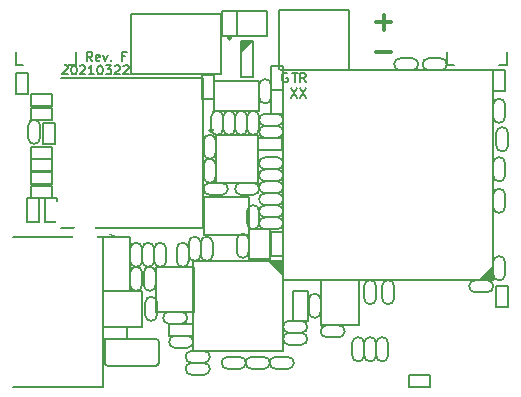
<source format=gto>
G04 #@! TF.GenerationSoftware,KiCad,Pcbnew,5.1.5+dfsg1-2build2*
G04 #@! TF.CreationDate,2021-07-27T21:48:52+02:00*
G04 #@! TF.ProjectId,FunKey,46756e4b-6579-42e6-9b69-6361645f7063,F*
G04 #@! TF.SameCoordinates,Original*
G04 #@! TF.FileFunction,Legend,Top*
G04 #@! TF.FilePolarity,Positive*
%FSLAX46Y46*%
G04 Gerber Fmt 4.6, Leading zero omitted, Abs format (unit mm)*
G04 Created by KiCad (PCBNEW 5.1.5+dfsg1-2build2) date 2021-07-27 21:48:52*
%MOMM*%
%LPD*%
G04 APERTURE LIST*
%ADD10C,0.100000*%
%ADD11C,0.162560*%
%ADD12C,0.304800*%
%ADD13C,0.127000*%
%ADD14C,0.254000*%
%ADD15C,1.100000*%
%ADD16C,1.117600*%
%ADD17R,1.001600X1.301600*%
%ADD18R,0.901600X1.451600*%
%ADD19R,1.901600X1.301600*%
%ADD20R,1.651600X0.701600*%
%ADD21C,0.711200*%
%ADD22R,0.349100X1.701600*%
%ADD23R,1.701600X0.349100*%
%ADD24R,1.501600X0.801600*%
%ADD25R,0.481600X1.201600*%
%ADD26R,0.331600X0.731600*%
%ADD27R,0.951600X2.101600*%
%ADD28R,1.301600X0.756600*%
%ADD29R,1.151600X1.501600*%
%ADD30R,1.151600X1.176600*%
%ADD31R,1.301600X0.826600*%
%ADD32R,1.601600X1.876600*%
%ADD33R,1.601600X1.826600*%
%ADD34R,1.251600X1.156600*%
%ADD35R,1.451600X0.751600*%
%ADD36R,1.451600X0.851600*%
%ADD37R,2.801600X1.101600*%
%ADD38R,1.101600X2.801600*%
%ADD39R,1.101600X0.301600*%
%ADD40R,0.301600X1.101600*%
%ADD41O,2.401600X1.501600*%
%ADD42R,1.251600X0.501600*%
%ADD43R,1.201600X0.701600*%
%ADD44C,1.066800*%
%ADD45R,1.066800X1.066800*%
%ADD46R,1.244600X1.879600*%
%ADD47R,0.701600X0.801600*%
%ADD48R,1.101600X0.801600*%
%ADD49R,1.901600X1.501600*%
%ADD50R,1.371600X1.498600*%
%ADD51R,0.990600X0.736600*%
%ADD52R,0.651600X0.701600*%
%ADD53R,0.701600X0.651600*%
%ADD54R,0.609600X0.609600*%
G04 APERTURE END LIST*
D10*
G36*
X84734400Y-63195200D02*
G01*
X84785200Y-63347600D01*
X84353400Y-63169800D01*
X84734400Y-63195200D01*
G37*
X84734400Y-63195200D02*
X84785200Y-63347600D01*
X84353400Y-63169800D01*
X84734400Y-63195200D01*
D11*
X82899745Y-48482310D02*
X82642359Y-48114615D01*
X82458511Y-48482310D02*
X82458511Y-47710150D01*
X82752667Y-47710150D01*
X82826206Y-47746920D01*
X82862976Y-47783689D01*
X82899745Y-47857228D01*
X82899745Y-47967537D01*
X82862976Y-48041076D01*
X82826206Y-48077845D01*
X82752667Y-48114615D01*
X82458511Y-48114615D01*
X83524827Y-48445540D02*
X83451288Y-48482310D01*
X83304210Y-48482310D01*
X83230671Y-48445540D01*
X83193902Y-48372001D01*
X83193902Y-48077845D01*
X83230671Y-48004306D01*
X83304210Y-47967537D01*
X83451288Y-47967537D01*
X83524827Y-48004306D01*
X83561597Y-48077845D01*
X83561597Y-48151384D01*
X83193902Y-48224923D01*
X83818984Y-47967537D02*
X84002831Y-48482310D01*
X84186679Y-47967537D01*
X84480835Y-48408771D02*
X84517604Y-48445540D01*
X84480835Y-48482310D01*
X84444065Y-48445540D01*
X84480835Y-48408771D01*
X84480835Y-48482310D01*
X80389742Y-48926689D02*
X80426511Y-48889920D01*
X80500050Y-48853150D01*
X80683898Y-48853150D01*
X80757437Y-48889920D01*
X80794206Y-48926689D01*
X80830976Y-49000228D01*
X80830976Y-49073767D01*
X80794206Y-49184076D01*
X80352972Y-49625310D01*
X80830976Y-49625310D01*
X81308980Y-48853150D02*
X81382519Y-48853150D01*
X81456058Y-48889920D01*
X81492827Y-48926689D01*
X81529597Y-49000228D01*
X81566366Y-49147306D01*
X81566366Y-49331154D01*
X81529597Y-49478232D01*
X81492827Y-49551771D01*
X81456058Y-49588540D01*
X81382519Y-49625310D01*
X81308980Y-49625310D01*
X81235441Y-49588540D01*
X81198671Y-49551771D01*
X81161902Y-49478232D01*
X81125132Y-49331154D01*
X81125132Y-49147306D01*
X81161902Y-49000228D01*
X81198671Y-48926689D01*
X81235441Y-48889920D01*
X81308980Y-48853150D01*
X81860523Y-48926689D02*
X81897292Y-48889920D01*
X81970831Y-48853150D01*
X82154679Y-48853150D01*
X82228218Y-48889920D01*
X82264987Y-48926689D01*
X82301757Y-49000228D01*
X82301757Y-49073767D01*
X82264987Y-49184076D01*
X81823753Y-49625310D01*
X82301757Y-49625310D01*
X83037147Y-49625310D02*
X82595913Y-49625310D01*
X82816530Y-49625310D02*
X82816530Y-48853150D01*
X82742991Y-48963459D01*
X82669452Y-49036998D01*
X82595913Y-49073767D01*
X83515151Y-48853150D02*
X83588690Y-48853150D01*
X83662229Y-48889920D01*
X83698999Y-48926689D01*
X83735768Y-49000228D01*
X83772538Y-49147306D01*
X83772538Y-49331154D01*
X83735768Y-49478232D01*
X83698999Y-49551771D01*
X83662229Y-49588540D01*
X83588690Y-49625310D01*
X83515151Y-49625310D01*
X83441612Y-49588540D01*
X83404843Y-49551771D01*
X83368073Y-49478232D01*
X83331304Y-49331154D01*
X83331304Y-49147306D01*
X83368073Y-49000228D01*
X83404843Y-48926689D01*
X83441612Y-48889920D01*
X83515151Y-48853150D01*
X84029924Y-48853150D02*
X84507928Y-48853150D01*
X84250542Y-49147306D01*
X84360850Y-49147306D01*
X84434389Y-49184076D01*
X84471159Y-49220845D01*
X84507928Y-49294384D01*
X84507928Y-49478232D01*
X84471159Y-49551771D01*
X84434389Y-49588540D01*
X84360850Y-49625310D01*
X84140233Y-49625310D01*
X84066694Y-49588540D01*
X84029924Y-49551771D01*
X84802084Y-48926689D02*
X84838854Y-48889920D01*
X84912393Y-48853150D01*
X85096241Y-48853150D01*
X85169780Y-48889920D01*
X85206549Y-48926689D01*
X85243319Y-49000228D01*
X85243319Y-49073767D01*
X85206549Y-49184076D01*
X84765315Y-49625310D01*
X85243319Y-49625310D01*
X85537475Y-48926689D02*
X85574244Y-48889920D01*
X85647784Y-48853150D01*
X85831631Y-48853150D01*
X85905170Y-48889920D01*
X85941940Y-48926689D01*
X85978709Y-49000228D01*
X85978709Y-49073767D01*
X85941940Y-49184076D01*
X85500705Y-49625310D01*
X85978709Y-49625310D01*
X85696898Y-48077845D02*
X85439511Y-48077845D01*
X85439511Y-48482310D02*
X85439511Y-47710150D01*
X85807206Y-47710150D01*
X100966257Y-50265390D02*
X100708871Y-49897695D01*
X100525023Y-50265390D02*
X100525023Y-49493230D01*
X100819179Y-49493230D01*
X100892718Y-49530000D01*
X100929488Y-49566769D01*
X100966257Y-49640308D01*
X100966257Y-49750617D01*
X100929488Y-49824156D01*
X100892718Y-49860925D01*
X100819179Y-49897695D01*
X100525023Y-49897695D01*
X100488254Y-50814030D02*
X101003027Y-51586190D01*
X101003027Y-50814030D02*
X100488254Y-51586190D01*
X99836562Y-49493230D02*
X100277796Y-49493230D01*
X100057179Y-50265390D02*
X100057179Y-49493230D01*
X99726254Y-50814030D02*
X100241027Y-51586190D01*
X100241027Y-50814030D02*
X99726254Y-51586190D01*
X99405488Y-49530000D02*
X99331949Y-49493230D01*
X99221640Y-49493230D01*
X99111332Y-49530000D01*
X99037793Y-49603539D01*
X99001023Y-49677078D01*
X98964254Y-49824156D01*
X98964254Y-49934464D01*
X99001023Y-50081542D01*
X99037793Y-50155081D01*
X99111332Y-50228620D01*
X99221640Y-50265390D01*
X99295179Y-50265390D01*
X99405488Y-50228620D01*
X99442257Y-50191851D01*
X99442257Y-49934464D01*
X99295179Y-49934464D01*
D12*
X108204000Y-45212000D02*
X106934000Y-45212000D01*
X108204000Y-47752000D02*
X106934000Y-47752000D01*
X107569000Y-45847000D02*
X107569000Y-44577000D01*
D13*
X112910000Y-48820000D02*
X112910000Y-47550000D01*
X113545000Y-48820000D02*
X112910000Y-48820000D01*
X117990000Y-48820000D02*
X117990000Y-47550000D01*
X117355000Y-48820000D02*
X117990000Y-48820000D01*
X76410000Y-48820000D02*
X76410000Y-47550000D01*
X77045000Y-48820000D02*
X76410000Y-48820000D01*
X81490000Y-48820000D02*
X81490000Y-47550000D01*
X80855000Y-48820000D02*
X81490000Y-48820000D01*
X98679000Y-44196000D02*
X104648000Y-44196000D01*
X98679000Y-49276000D02*
X98679000Y-44196000D01*
X104648000Y-49276000D02*
X98679000Y-49276000D01*
X104648000Y-44196000D02*
X104648000Y-49276000D01*
G36*
X116840000Y-67056000D02*
G01*
X115570000Y-67056000D01*
X116840000Y-65786000D01*
X116840000Y-67056000D01*
G37*
X116840000Y-67056000D02*
X116840000Y-49276000D01*
X99060000Y-67056000D02*
X116840000Y-67056000D01*
X99060000Y-49276000D02*
X99060000Y-67056000D01*
X116840000Y-49276000D02*
X99060000Y-49276000D01*
X96139000Y-62738000D02*
X97917000Y-62738000D01*
X96139000Y-65278000D02*
X96139000Y-62738000D01*
X97917000Y-65278000D02*
X96139000Y-65278000D01*
X97917000Y-62738000D02*
X97917000Y-65278000D01*
X93802200Y-49631600D02*
X86182200Y-49631600D01*
X93802200Y-44551600D02*
X93802200Y-49631600D01*
X86182200Y-44551600D02*
X93802200Y-44551600D01*
X86182200Y-49631600D02*
X86182200Y-44551600D01*
X97028000Y-50165000D02*
X97028000Y-52705000D01*
X93218000Y-50165000D02*
X97028000Y-50165000D01*
X93218000Y-52705000D02*
X93218000Y-50165000D01*
X97028000Y-52705000D02*
X93218000Y-52705000D01*
X92303600Y-62611000D02*
X80238600Y-62611000D01*
X92303600Y-49911000D02*
X92303600Y-62611000D01*
X80238600Y-49911000D02*
X92303600Y-49911000D01*
X102298500Y-67056000D02*
X105473500Y-67056000D01*
X102298500Y-70866000D02*
X102298500Y-67056000D01*
X105473500Y-70866000D02*
X102298500Y-70866000D01*
X105473500Y-67056000D02*
X105473500Y-70866000D01*
X96139000Y-60007500D02*
X96139000Y-63182500D01*
X92329000Y-60007500D02*
X96139000Y-60007500D01*
X92329000Y-63182500D02*
X92329000Y-60007500D01*
X96139000Y-63182500D02*
X92329000Y-63182500D01*
X91503500Y-69723000D02*
X88328500Y-69723000D01*
X91503500Y-65913000D02*
X91503500Y-69723000D01*
X88328500Y-65913000D02*
X91503500Y-65913000D01*
X88328500Y-69723000D02*
X88328500Y-65913000D01*
G36*
X99060000Y-65405000D02*
G01*
X97790000Y-65405000D01*
X99060000Y-66675000D01*
X99060000Y-65405000D01*
G37*
X91440000Y-65405000D02*
X99060000Y-65405000D01*
X91440000Y-73025000D02*
X91440000Y-65405000D01*
X99060000Y-73025000D02*
X91440000Y-73025000D01*
X99060000Y-65405000D02*
X99060000Y-73025000D01*
X83820000Y-63373000D02*
X76200000Y-63373000D01*
X83820000Y-76073000D02*
X83820000Y-63373000D01*
X76200000Y-76073000D02*
X83820000Y-76073000D01*
D14*
X94640400Y-46507400D02*
G75*
G03X94640400Y-46507400I-127000J0D01*
G01*
D13*
G36*
X95529400Y-46761400D02*
G01*
X95529400Y-47904400D01*
X96545400Y-46761400D01*
X95529400Y-46761400D01*
G37*
X96545400Y-46761400D02*
X95529400Y-46761400D01*
X96545400Y-49809400D02*
X96545400Y-46761400D01*
X95529400Y-49809400D02*
X96545400Y-49809400D01*
X95529400Y-46761400D02*
X95529400Y-49809400D01*
X95123000Y-44272200D02*
X95123000Y-46409000D01*
X93853000Y-46409000D02*
X93853000Y-44269000D01*
X95123000Y-46409000D02*
X93853000Y-46409000D01*
X97663000Y-46409000D02*
X95123000Y-46409000D01*
X97663000Y-44272200D02*
X97663000Y-46409000D01*
X95123000Y-44272200D02*
X97663000Y-44272200D01*
X93853000Y-44269000D02*
X95123000Y-44272200D01*
X88265000Y-72009000D02*
X84201000Y-72009000D01*
X88265000Y-72009000D02*
G75*
G02X88519000Y-72263000I0J-254000D01*
G01*
X88519000Y-74041000D02*
X88519000Y-72263000D01*
X88519000Y-74041000D02*
G75*
G02X88265000Y-74295000I-254000J0D01*
G01*
X84201000Y-74295000D02*
X88265000Y-74295000D01*
X84201000Y-74295000D02*
G75*
G02X83947000Y-74041000I0J254000D01*
G01*
X83947000Y-72263000D02*
X83947000Y-74041000D01*
X83947000Y-72263000D02*
G75*
G02X84201000Y-72009000I254000J0D01*
G01*
G36*
X83820000Y-70993000D02*
G01*
X83997800Y-70993000D01*
X83820000Y-70815200D01*
X83820000Y-70993000D01*
G37*
X83820000Y-70993000D02*
X83820000Y-67945000D01*
X87122000Y-70993000D02*
X83820000Y-70993000D01*
X87122000Y-67945000D02*
X87122000Y-70993000D01*
X83820000Y-67945000D02*
X87122000Y-67945000D01*
X83813000Y-67959000D02*
X86113000Y-67959000D01*
X83813000Y-63359000D02*
X83813000Y-67959000D01*
X86113000Y-63359000D02*
X83813000Y-63359000D01*
X86113000Y-67959000D02*
X86113000Y-63359000D01*
D14*
X93091000Y-54356000D02*
G75*
G03X93091000Y-54356000I-127000J0D01*
G01*
D13*
X93345000Y-54737000D02*
X96901000Y-54737000D01*
X93345000Y-58801000D02*
X93345000Y-54737000D01*
X96901000Y-58801000D02*
X93345000Y-58801000D01*
X96901000Y-54737000D02*
X96901000Y-58801000D01*
X101142800Y-70485000D02*
X99872800Y-70485000D01*
X101142800Y-67945000D02*
X101142800Y-70485000D01*
X99872800Y-67945000D02*
X101142800Y-67945000D01*
X99872800Y-70485000D02*
X99872800Y-67945000D01*
X77724000Y-51308000D02*
X77724000Y-52324000D01*
X79502000Y-51308000D02*
X77724000Y-51308000D01*
X79502000Y-52324000D02*
X79502000Y-51308000D01*
X77724000Y-52324000D02*
X79502000Y-52324000D01*
X77724000Y-52451000D02*
X77724000Y-53467000D01*
X79502000Y-52451000D02*
X77724000Y-52451000D01*
X79502000Y-53467000D02*
X79502000Y-52451000D01*
X77724000Y-53467000D02*
X79502000Y-53467000D01*
X79756000Y-53721000D02*
X78740000Y-53721000D01*
X79756000Y-55499000D02*
X79756000Y-53721000D01*
X78740000Y-55499000D02*
X79756000Y-55499000D01*
X78740000Y-53721000D02*
X78740000Y-55499000D01*
X77724000Y-55753000D02*
X77724000Y-56769000D01*
X79502000Y-55753000D02*
X77724000Y-55753000D01*
X79502000Y-56769000D02*
X79502000Y-55753000D01*
X77724000Y-56769000D02*
X79502000Y-56769000D01*
X77724000Y-56769000D02*
X77724000Y-57785000D01*
X79502000Y-56769000D02*
X77724000Y-56769000D01*
X79502000Y-57785000D02*
X79502000Y-56769000D01*
X77724000Y-57785000D02*
X79502000Y-57785000D01*
X77724000Y-57912000D02*
X77724000Y-58928000D01*
X79502000Y-57912000D02*
X77724000Y-57912000D01*
X79502000Y-58928000D02*
X79502000Y-57912000D01*
X77724000Y-58928000D02*
X79502000Y-58928000D01*
X77724000Y-59055000D02*
X77724000Y-60071000D01*
X79502000Y-59055000D02*
X77724000Y-59055000D01*
X79502000Y-60071000D02*
X79502000Y-59055000D01*
X77724000Y-60071000D02*
X79502000Y-60071000D01*
X109728000Y-75057000D02*
X109728000Y-76073000D01*
X111506000Y-75057000D02*
X109728000Y-75057000D01*
X111506000Y-76073000D02*
X111506000Y-75057000D01*
X109728000Y-76073000D02*
X111506000Y-76073000D01*
X118110000Y-67564000D02*
X117094000Y-67564000D01*
X118110000Y-69342000D02*
X118110000Y-67564000D01*
X117094000Y-69342000D02*
X118110000Y-69342000D01*
X117094000Y-67564000D02*
X117094000Y-69342000D01*
X116840000Y-51054000D02*
X117856000Y-51054000D01*
X116840000Y-49276000D02*
X116840000Y-51054000D01*
X117856000Y-49276000D02*
X116840000Y-49276000D01*
X117856000Y-51054000D02*
X117856000Y-49276000D01*
X77470000Y-49530000D02*
X76454000Y-49530000D01*
X77470000Y-51308000D02*
X77470000Y-49530000D01*
X76454000Y-51308000D02*
X77470000Y-51308000D01*
X76454000Y-49530000D02*
X76454000Y-51308000D01*
X99448998Y-73533000D02*
G75*
G02X99449000Y-74549000I1J-508000D01*
G01*
X98417000Y-74549000D02*
X99449000Y-74549000D01*
X98417002Y-74549000D02*
G75*
G02X98417000Y-73533000I-1J508000D01*
G01*
X99449000Y-73533000D02*
X98417000Y-73533000D01*
X97416998Y-73533000D02*
G75*
G02X97417000Y-74549000I1J-508000D01*
G01*
X96385000Y-74549000D02*
X97417000Y-74549000D01*
X96385002Y-74549000D02*
G75*
G02X96385000Y-73533000I-1J508000D01*
G01*
X97417000Y-73533000D02*
X96385000Y-73533000D01*
X94353002Y-74549000D02*
G75*
G02X94353000Y-73533000I-1J508000D01*
G01*
X95385000Y-73533000D02*
X94353000Y-73533000D01*
X95384998Y-73533000D02*
G75*
G02X95385000Y-74549000I1J-508000D01*
G01*
X94353000Y-74549000D02*
X95385000Y-74549000D01*
X91305002Y-74041000D02*
G75*
G02X91305000Y-73025000I-1J508000D01*
G01*
X92337000Y-73025000D02*
X91305000Y-73025000D01*
X92336998Y-73025000D02*
G75*
G02X92337000Y-74041000I1J-508000D01*
G01*
X91305000Y-74041000D02*
X92337000Y-74041000D01*
X90939998Y-71755000D02*
G75*
G02X90940000Y-72771000I1J-508000D01*
G01*
X89908000Y-72771000D02*
X90940000Y-72771000D01*
X89908002Y-72771000D02*
G75*
G02X89908000Y-71755000I-1J508000D01*
G01*
X90940000Y-71755000D02*
X89908000Y-71755000D01*
X90431998Y-69723000D02*
G75*
G02X90432000Y-70739000I1J-508000D01*
G01*
X89400000Y-70739000D02*
X90432000Y-70739000D01*
X89400002Y-70739000D02*
G75*
G02X89400000Y-69723000I-1J508000D01*
G01*
X90432000Y-69723000D02*
X89400000Y-69723000D01*
X92075000Y-64904998D02*
G75*
G02X91059000Y-64905000I-508000J-1D01*
G01*
X91059000Y-63873000D02*
X91059000Y-64905000D01*
X91059000Y-63873002D02*
G75*
G02X92075000Y-63873000I508000J1D01*
G01*
X92075000Y-64905000D02*
X92075000Y-63873000D01*
X100591998Y-70485000D02*
G75*
G02X100592000Y-71501000I1J-508000D01*
G01*
X99560000Y-71501000D02*
X100592000Y-71501000D01*
X99560002Y-71501000D02*
G75*
G02X99560000Y-70485000I-1J508000D01*
G01*
X100592000Y-70485000D02*
X99560000Y-70485000D01*
X93091000Y-64904998D02*
G75*
G02X92075000Y-64905000I-508000J-1D01*
G01*
X92075000Y-63873000D02*
X92075000Y-64905000D01*
X92075000Y-63873002D02*
G75*
G02X93091000Y-63873000I508000J1D01*
G01*
X93091000Y-64905000D02*
X93091000Y-63873000D01*
X91305002Y-75057000D02*
G75*
G02X91305000Y-74041000I-1J508000D01*
G01*
X92337000Y-74041000D02*
X91305000Y-74041000D01*
X92336998Y-74041000D02*
G75*
G02X92337000Y-75057000I1J-508000D01*
G01*
X91305000Y-75057000D02*
X92337000Y-75057000D01*
X89154000Y-65412998D02*
G75*
G02X88138000Y-65413000I-508000J-1D01*
G01*
X88138000Y-64381000D02*
X88138000Y-65413000D01*
X88138000Y-64381002D02*
G75*
G02X89154000Y-64381000I508000J1D01*
G01*
X89154000Y-65413000D02*
X89154000Y-64381000D01*
X87249000Y-66413002D02*
G75*
G02X88265000Y-66413000I508000J1D01*
G01*
X88265000Y-67445000D02*
X88265000Y-66413000D01*
X88265000Y-67444998D02*
G75*
G02X87249000Y-67445000I-508000J-1D01*
G01*
X87249000Y-66413000D02*
X87249000Y-67445000D01*
X91059000Y-65412998D02*
G75*
G02X90043000Y-65413000I-508000J-1D01*
G01*
X90043000Y-64381000D02*
X90043000Y-65413000D01*
X90043000Y-64381002D02*
G75*
G02X91059000Y-64381000I508000J1D01*
G01*
X91059000Y-65413000D02*
X91059000Y-64381000D01*
X87376000Y-68953002D02*
G75*
G02X88392000Y-68953000I508000J1D01*
G01*
X88392000Y-69985000D02*
X88392000Y-68953000D01*
X88392000Y-69984998D02*
G75*
G02X87376000Y-69985000I-508000J-1D01*
G01*
X87376000Y-68953000D02*
X87376000Y-69985000D01*
X92829002Y-59817000D02*
G75*
G02X92829000Y-58801000I-1J508000D01*
G01*
X93861000Y-58801000D02*
X92829000Y-58801000D01*
X93860998Y-58801000D02*
G75*
G02X93861000Y-59817000I1J-508000D01*
G01*
X92829000Y-59817000D02*
X93861000Y-59817000D01*
X93345000Y-58300998D02*
G75*
G02X92329000Y-58301000I-508000J-1D01*
G01*
X92329000Y-57269000D02*
X92329000Y-58301000D01*
X92329000Y-57269002D02*
G75*
G02X93345000Y-57269000I508000J1D01*
G01*
X93345000Y-58301000D02*
X93345000Y-57269000D01*
X103766998Y-70866000D02*
G75*
G02X103767000Y-71882000I1J-508000D01*
G01*
X102735000Y-71882000D02*
X103767000Y-71882000D01*
X102735002Y-71882000D02*
G75*
G02X102735000Y-70866000I-1J508000D01*
G01*
X103767000Y-70866000D02*
X102735000Y-70866000D01*
X100591998Y-71501000D02*
G75*
G02X100592000Y-72517000I1J-508000D01*
G01*
X99560000Y-72517000D02*
X100592000Y-72517000D01*
X99560002Y-72517000D02*
G75*
G02X99560000Y-71501000I-1J508000D01*
G01*
X100592000Y-71501000D02*
X99560000Y-71501000D01*
X102235000Y-69730998D02*
G75*
G02X101219000Y-69731000I-508000J-1D01*
G01*
X101219000Y-68699000D02*
X101219000Y-69731000D01*
X101219000Y-68699002D02*
G75*
G02X102235000Y-68699000I508000J1D01*
G01*
X102235000Y-69731000D02*
X102235000Y-68699000D01*
X92964000Y-53205002D02*
G75*
G02X93980000Y-53205000I508000J1D01*
G01*
X93980000Y-54237000D02*
X93980000Y-53205000D01*
X93980000Y-54236998D02*
G75*
G02X92964000Y-54237000I-508000J-1D01*
G01*
X92964000Y-53205000D02*
X92964000Y-54237000D01*
X97028000Y-50538002D02*
G75*
G02X98044000Y-50538000I508000J1D01*
G01*
X98044000Y-51570000D02*
X98044000Y-50538000D01*
X98044000Y-51569998D02*
G75*
G02X97028000Y-51570000I-508000J-1D01*
G01*
X97028000Y-50538000D02*
X97028000Y-51570000D01*
X93980000Y-53205002D02*
G75*
G02X94996000Y-53205000I508000J1D01*
G01*
X94996000Y-54237000D02*
X94996000Y-53205000D01*
X94996000Y-54236998D02*
G75*
G02X93980000Y-54237000I-508000J-1D01*
G01*
X93980000Y-53205000D02*
X93980000Y-54237000D01*
X98559998Y-58674000D02*
G75*
G02X98560000Y-59690000I1J-508000D01*
G01*
X97528000Y-59690000D02*
X98560000Y-59690000D01*
X97528002Y-59690000D02*
G75*
G02X97528000Y-58674000I-1J508000D01*
G01*
X98560000Y-58674000D02*
X97528000Y-58674000D01*
X105918000Y-67556002D02*
G75*
G02X106934000Y-67556000I508000J1D01*
G01*
X106934000Y-68588000D02*
X106934000Y-67556000D01*
X106934000Y-68587998D02*
G75*
G02X105918000Y-68588000I-508000J-1D01*
G01*
X105918000Y-67556000D02*
X105918000Y-68588000D01*
X98559998Y-59690000D02*
G75*
G02X98560000Y-60706000I1J-508000D01*
G01*
X97528000Y-60706000D02*
X98560000Y-60706000D01*
X97528002Y-60706000D02*
G75*
G02X97528000Y-59690000I-1J508000D01*
G01*
X98560000Y-59690000D02*
X97528000Y-59690000D01*
X98559998Y-56642000D02*
G75*
G02X98560000Y-57658000I1J-508000D01*
G01*
X97528000Y-57658000D02*
X98560000Y-57658000D01*
X97528002Y-57658000D02*
G75*
G02X97528000Y-56642000I-1J508000D01*
G01*
X98560000Y-56642000D02*
X97528000Y-56642000D01*
X98559998Y-53975000D02*
G75*
G02X98560000Y-54991000I1J-508000D01*
G01*
X97528000Y-54991000D02*
X98560000Y-54991000D01*
X97528002Y-54991000D02*
G75*
G02X97528000Y-53975000I-1J508000D01*
G01*
X98560000Y-53975000D02*
X97528000Y-53975000D01*
X98559998Y-52959000D02*
G75*
G02X98560000Y-53975000I1J-508000D01*
G01*
X97528000Y-53975000D02*
X98560000Y-53975000D01*
X97528002Y-53975000D02*
G75*
G02X97528000Y-52959000I-1J508000D01*
G01*
X98560000Y-52959000D02*
X97528000Y-52959000D01*
X109989998Y-48260000D02*
G75*
G02X109990000Y-49276000I1J-508000D01*
G01*
X108958000Y-49276000D02*
X109990000Y-49276000D01*
X108958002Y-49276000D02*
G75*
G02X108958000Y-48260000I-1J508000D01*
G01*
X109990000Y-48260000D02*
X108958000Y-48260000D01*
X111371002Y-49276000D02*
G75*
G02X111371000Y-48260000I-1J508000D01*
G01*
X112403000Y-48260000D02*
X111371000Y-48260000D01*
X112402998Y-48260000D02*
G75*
G02X112403000Y-49276000I1J-508000D01*
G01*
X111371000Y-49276000D02*
X112403000Y-49276000D01*
X117094000Y-54602002D02*
G75*
G02X118110000Y-54602000I508000J1D01*
G01*
X118110000Y-55634000D02*
X118110000Y-54602000D01*
X118110000Y-55633998D02*
G75*
G02X117094000Y-55634000I-508000J-1D01*
G01*
X117094000Y-54602000D02*
X117094000Y-55634000D01*
X116339998Y-67056000D02*
G75*
G02X116340000Y-68072000I1J-508000D01*
G01*
X115308000Y-68072000D02*
X116340000Y-68072000D01*
X115308002Y-68072000D02*
G75*
G02X115308000Y-67056000I-1J508000D01*
G01*
X116340000Y-67056000D02*
X115308000Y-67056000D01*
X117856000Y-66555998D02*
G75*
G02X116840000Y-66556000I-508000J-1D01*
G01*
X116840000Y-65524000D02*
X116840000Y-66556000D01*
X116840000Y-65524002D02*
G75*
G02X117856000Y-65524000I508000J1D01*
G01*
X117856000Y-66556000D02*
X117856000Y-65524000D01*
X117856000Y-58173998D02*
G75*
G02X116840000Y-58174000I-508000J-1D01*
G01*
X116840000Y-57142000D02*
X116840000Y-58174000D01*
X116840000Y-57142002D02*
G75*
G02X117856000Y-57142000I508000J1D01*
G01*
X117856000Y-58174000D02*
X117856000Y-57142000D01*
X97028000Y-54236998D02*
G75*
G02X96012000Y-54237000I-508000J-1D01*
G01*
X96012000Y-53205000D02*
X96012000Y-54237000D01*
X96012000Y-53205002D02*
G75*
G02X97028000Y-53205000I508000J1D01*
G01*
X97028000Y-54237000D02*
X97028000Y-53205000D01*
X96012000Y-54236998D02*
G75*
G02X94996000Y-54237000I-508000J-1D01*
G01*
X94996000Y-53205000D02*
X94996000Y-54237000D01*
X94996000Y-53205002D02*
G75*
G02X96012000Y-53205000I508000J1D01*
G01*
X96012000Y-54237000D02*
X96012000Y-53205000D01*
X97528002Y-58674000D02*
G75*
G02X97528000Y-57658000I-1J508000D01*
G01*
X98560000Y-57658000D02*
X97528000Y-57658000D01*
X98559998Y-57658000D02*
G75*
G02X98560000Y-58674000I1J-508000D01*
G01*
X97528000Y-58674000D02*
X98560000Y-58674000D01*
X108458000Y-68587998D02*
G75*
G02X107442000Y-68588000I-508000J-1D01*
G01*
X107442000Y-67556000D02*
X107442000Y-68588000D01*
X107442000Y-67556002D02*
G75*
G02X108458000Y-67556000I508000J1D01*
G01*
X108458000Y-68588000D02*
X108458000Y-67556000D01*
X87122000Y-64381002D02*
G75*
G02X88138000Y-64381000I508000J1D01*
G01*
X88138000Y-65413000D02*
X88138000Y-64381000D01*
X88138000Y-65412998D02*
G75*
G02X87122000Y-65413000I-508000J-1D01*
G01*
X87122000Y-64381000D02*
X87122000Y-65413000D01*
X86106000Y-64381002D02*
G75*
G02X87122000Y-64381000I508000J1D01*
G01*
X87122000Y-65413000D02*
X87122000Y-64381000D01*
X87122000Y-65412998D02*
G75*
G02X86106000Y-65413000I-508000J-1D01*
G01*
X86106000Y-64381000D02*
X86106000Y-65413000D01*
X86106000Y-66413002D02*
G75*
G02X87122000Y-66413000I508000J1D01*
G01*
X87122000Y-67445000D02*
X87122000Y-66413000D01*
X87122000Y-67444998D02*
G75*
G02X86106000Y-67445000I-508000J-1D01*
G01*
X86106000Y-66413000D02*
X86106000Y-67445000D01*
X104902000Y-72382002D02*
G75*
G02X105918000Y-72382000I508000J1D01*
G01*
X105918000Y-73414000D02*
X105918000Y-72382000D01*
X105918000Y-73413998D02*
G75*
G02X104902000Y-73414000I-508000J-1D01*
G01*
X104902000Y-72382000D02*
X104902000Y-73414000D01*
X96527998Y-58801000D02*
G75*
G02X96528000Y-59817000I1J-508000D01*
G01*
X95496000Y-59817000D02*
X96528000Y-59817000D01*
X95496002Y-59817000D02*
G75*
G02X95496000Y-58801000I-1J508000D01*
G01*
X96528000Y-58801000D02*
X95496000Y-58801000D01*
X92329000Y-55237002D02*
G75*
G02X93345000Y-55237000I508000J1D01*
G01*
X93345000Y-56269000D02*
X93345000Y-55237000D01*
X93345000Y-56268998D02*
G75*
G02X92329000Y-56269000I-508000J-1D01*
G01*
X92329000Y-55237000D02*
X92329000Y-56269000D01*
X96139000Y-64650998D02*
G75*
G02X95123000Y-64651000I-508000J-1D01*
G01*
X95123000Y-63619000D02*
X95123000Y-64651000D01*
X95123000Y-63619002D02*
G75*
G02X96139000Y-63619000I508000J1D01*
G01*
X96139000Y-64651000D02*
X96139000Y-63619000D01*
X97028000Y-62237998D02*
G75*
G02X96012000Y-62238000I-508000J-1D01*
G01*
X96012000Y-61206000D02*
X96012000Y-62238000D01*
X96012000Y-61206002D02*
G75*
G02X97028000Y-61206000I508000J1D01*
G01*
X97028000Y-62238000D02*
X97028000Y-61206000D01*
X78486000Y-54998998D02*
G75*
G02X77470000Y-54999000I-508000J-1D01*
G01*
X77470000Y-53967000D02*
X77470000Y-54999000D01*
X77470000Y-53967002D02*
G75*
G02X78486000Y-53967000I508000J1D01*
G01*
X78486000Y-54999000D02*
X78486000Y-53967000D01*
X116840000Y-59809002D02*
G75*
G02X117856000Y-59809000I508000J1D01*
G01*
X117856000Y-60841000D02*
X117856000Y-59809000D01*
X117856000Y-60840998D02*
G75*
G02X116840000Y-60841000I-508000J-1D01*
G01*
X116840000Y-59809000D02*
X116840000Y-60841000D01*
X117856000Y-53220998D02*
G75*
G02X116840000Y-53221000I-508000J-1D01*
G01*
X116840000Y-52189000D02*
X116840000Y-53221000D01*
X116840000Y-52189002D02*
G75*
G02X117856000Y-52189000I508000J1D01*
G01*
X117856000Y-53221000D02*
X117856000Y-52189000D01*
X98559998Y-61722000D02*
G75*
G02X98560000Y-62738000I1J-508000D01*
G01*
X97528000Y-62738000D02*
X98560000Y-62738000D01*
X97528002Y-62738000D02*
G75*
G02X97528000Y-61722000I-1J508000D01*
G01*
X98560000Y-61722000D02*
X97528000Y-61722000D01*
X98559998Y-60706000D02*
G75*
G02X98560000Y-61722000I1J-508000D01*
G01*
X97528000Y-61722000D02*
X98560000Y-61722000D01*
X97528002Y-61722000D02*
G75*
G02X97528000Y-60706000I-1J508000D01*
G01*
X98560000Y-60706000D02*
X97528000Y-60706000D01*
X106934000Y-73413998D02*
G75*
G02X105918000Y-73414000I-508000J-1D01*
G01*
X105918000Y-72382000D02*
X105918000Y-73414000D01*
X105918000Y-72382002D02*
G75*
G02X106934000Y-72382000I508000J1D01*
G01*
X106934000Y-73414000D02*
X106934000Y-72382000D01*
X107950000Y-73413998D02*
G75*
G02X106934000Y-73414000I-508000J-1D01*
G01*
X106934000Y-72382000D02*
X106934000Y-73414000D01*
X106934000Y-72382002D02*
G75*
G02X107950000Y-72382000I508000J1D01*
G01*
X107950000Y-73414000D02*
X107950000Y-72382000D01*
X91440000Y-71755000D02*
X91440000Y-70739000D01*
X89408000Y-71755000D02*
X91440000Y-71755000D01*
X89408000Y-70739000D02*
X89408000Y-71755000D01*
X91440000Y-70739000D02*
X89408000Y-70739000D01*
X99060000Y-50927000D02*
X98044000Y-50927000D01*
X99060000Y-52959000D02*
X99060000Y-50927000D01*
X98044000Y-52959000D02*
X99060000Y-52959000D01*
X98044000Y-50927000D02*
X98044000Y-52959000D01*
X98044000Y-50927000D02*
X99060000Y-50927000D01*
X98044000Y-48895000D02*
X98044000Y-50927000D01*
X99060000Y-48895000D02*
X98044000Y-48895000D01*
X99060000Y-50927000D02*
X99060000Y-48895000D01*
X92202000Y-51689000D02*
X93218000Y-51689000D01*
X92202000Y-49657000D02*
X92202000Y-51689000D01*
X93218000Y-49657000D02*
X92202000Y-49657000D01*
X93218000Y-51689000D02*
X93218000Y-49657000D01*
X98933000Y-56007000D02*
X98933000Y-54991000D01*
X96901000Y-56007000D02*
X98933000Y-56007000D01*
X96901000Y-54991000D02*
X96901000Y-56007000D01*
X98933000Y-54991000D02*
X96901000Y-54991000D01*
X79883000Y-60071000D02*
X78867000Y-60071000D01*
X79883000Y-62103000D02*
X79883000Y-60071000D01*
X78867000Y-62103000D02*
X79883000Y-62103000D01*
X78867000Y-60071000D02*
X78867000Y-62103000D01*
X85852000Y-72009000D02*
X85852000Y-70993000D01*
X83820000Y-72009000D02*
X85852000Y-72009000D01*
X83820000Y-70993000D02*
X83820000Y-72009000D01*
X85852000Y-70993000D02*
X83820000Y-70993000D01*
X98044000Y-65024000D02*
X99060000Y-65024000D01*
X98044000Y-62992000D02*
X98044000Y-65024000D01*
X99060000Y-62992000D02*
X98044000Y-62992000D01*
X99060000Y-65024000D02*
X99060000Y-62992000D01*
X78359000Y-60071000D02*
X77343000Y-60071000D01*
X78359000Y-62103000D02*
X78359000Y-60071000D01*
X77343000Y-62103000D02*
X78359000Y-62103000D01*
X77343000Y-60071000D02*
X77343000Y-62103000D01*
%LPC*%
D15*
X116196200Y-50393600D02*
G75*
G03X116196200Y-50393600I-550000J0D01*
G01*
X82846000Y-63119000D02*
G75*
G03X82846000Y-63119000I-550000J0D01*
G01*
D13*
G36*
X109950000Y-56166000D02*
G01*
X105950000Y-56166000D01*
X105950000Y-60166000D01*
X109950000Y-60166000D01*
X109950000Y-56166000D01*
G37*
G36*
X93150000Y-67115000D02*
G01*
X93150000Y-71315000D01*
X97350000Y-71315000D01*
X97350000Y-67115000D01*
X93150000Y-67115000D01*
G37*
G36*
X80800000Y-64173000D02*
G01*
X81700000Y-64173000D01*
X81881173Y-64196852D01*
X82050000Y-64266782D01*
X82194975Y-64378025D01*
X82306218Y-64523000D01*
X82400000Y-64873000D01*
X82376148Y-65054173D01*
X82306218Y-65223000D01*
X82194975Y-65367975D01*
X82050000Y-65479218D01*
X81881173Y-65549148D01*
X81700000Y-65573000D01*
X80800000Y-65573000D01*
X80618827Y-65549148D01*
X80450000Y-65479218D01*
X80305025Y-65367975D01*
X80193782Y-65223000D01*
X80123852Y-65054173D01*
X80100000Y-64873000D01*
X80123852Y-64691827D01*
X80193782Y-64523000D01*
X80305025Y-64378025D01*
X80450000Y-64266782D01*
X80800000Y-64173000D01*
G37*
G36*
X80800000Y-73873000D02*
G01*
X81700000Y-73873000D01*
X81881173Y-73896852D01*
X82050000Y-73966782D01*
X82194975Y-74078025D01*
X82306218Y-74223000D01*
X82400000Y-74573000D01*
X82376148Y-74754173D01*
X82306218Y-74923000D01*
X82194975Y-75067975D01*
X82050000Y-75179218D01*
X81881173Y-75249148D01*
X81700000Y-75273000D01*
X80800000Y-75273000D01*
X80618827Y-75249148D01*
X80450000Y-75179218D01*
X80305025Y-75067975D01*
X80193782Y-74923000D01*
X80123852Y-74754173D01*
X80100000Y-74573000D01*
X80123852Y-74391827D01*
X80193782Y-74223000D01*
X80305025Y-74078025D01*
X80450000Y-73966782D01*
X80800000Y-73873000D01*
G37*
G36*
X77500000Y-64173000D02*
G01*
X78400000Y-64173000D01*
X78399999Y-64173000D01*
X78581172Y-64196852D01*
X78749999Y-64266782D01*
X78894974Y-64378025D01*
X79006217Y-64523000D01*
X79100000Y-64873000D01*
X79100000Y-64872999D01*
X79076148Y-65054173D01*
X79006218Y-65223000D01*
X78894975Y-65367975D01*
X78750000Y-65479218D01*
X78581174Y-65549149D01*
X78400000Y-65573000D01*
X77500000Y-65573000D01*
X77318827Y-65549148D01*
X77150000Y-65479218D01*
X77005025Y-65367975D01*
X76893782Y-65223000D01*
X76823852Y-65054173D01*
X76800000Y-64873000D01*
X76823852Y-64691827D01*
X76893782Y-64523000D01*
X77005025Y-64378025D01*
X77150000Y-64266782D01*
X77500000Y-64173000D01*
G37*
G36*
X77500000Y-73873000D02*
G01*
X78400000Y-73873000D01*
X78399999Y-73873000D01*
X78581172Y-73896852D01*
X78749999Y-73966782D01*
X78894974Y-74078025D01*
X79006217Y-74223000D01*
X79100000Y-74573000D01*
X79100000Y-74572999D01*
X79076148Y-74754173D01*
X79006218Y-74923000D01*
X78894975Y-75067975D01*
X78750000Y-75179218D01*
X78581174Y-75249149D01*
X78400000Y-75273000D01*
X77500000Y-75273000D01*
X77318827Y-75249148D01*
X77150000Y-75179218D01*
X77005025Y-75067975D01*
X76893782Y-74923000D01*
X76823852Y-74754173D01*
X76800000Y-74573000D01*
X76823852Y-74391827D01*
X76893782Y-74223000D01*
X77005025Y-74078025D01*
X77150000Y-73966782D01*
X77500000Y-73873000D01*
G37*
D16*
X115646200Y-50393600D03*
X82296000Y-63119000D03*
D17*
X113100000Y-47100000D03*
X117800000Y-47100000D03*
D18*
X114300000Y-48525000D03*
X116600000Y-48525000D03*
X115450000Y-48525000D03*
D17*
X76600000Y-47100000D03*
X81300000Y-47100000D03*
D18*
X77800000Y-48525000D03*
X80100000Y-48525000D03*
X78950000Y-48525000D03*
D19*
X103533000Y-48536000D03*
X103533000Y-44936000D03*
D20*
X99658000Y-47236000D03*
X99658000Y-46236000D03*
D21*
X106950000Y-57166000D03*
X107950000Y-57166000D03*
X108950000Y-57166000D03*
X106950000Y-58166000D03*
X107950000Y-58166000D03*
X108950000Y-58166000D03*
X106950000Y-59166000D03*
X107950000Y-59166000D03*
X108950000Y-59166000D03*
D22*
X114150000Y-65966000D03*
X113750000Y-65966000D03*
X113350000Y-65966000D03*
X112950000Y-65966000D03*
X112550000Y-65966000D03*
X112150000Y-65966000D03*
X111750000Y-65966000D03*
X111350000Y-65966000D03*
X110950000Y-65966000D03*
X110550000Y-65966000D03*
X110150000Y-65966000D03*
X109750000Y-65966000D03*
X109350000Y-65966000D03*
X108950000Y-65966000D03*
X108550000Y-65966000D03*
X108150000Y-65966000D03*
X107750000Y-65966000D03*
X107350000Y-65966000D03*
X106950000Y-65966000D03*
X106550000Y-65966000D03*
X106150000Y-65966000D03*
X105750000Y-65966000D03*
X105350000Y-65966000D03*
X104950000Y-65966000D03*
X104550000Y-65966000D03*
X104150000Y-65966000D03*
X103750000Y-65966000D03*
X103350000Y-65966000D03*
X102950000Y-65966000D03*
X102550000Y-65966000D03*
X102150000Y-65966000D03*
X101750000Y-65966000D03*
D23*
X100150000Y-64366000D03*
X100150000Y-63966000D03*
X100150000Y-63566000D03*
X100150000Y-63166000D03*
X100150000Y-62766000D03*
X100150000Y-62366000D03*
X100150000Y-61966000D03*
X100150000Y-61566000D03*
X100150000Y-61166000D03*
X100150000Y-60766000D03*
X100150000Y-60366000D03*
X100150000Y-59966000D03*
X100150000Y-59566000D03*
X100150000Y-59166000D03*
X100150000Y-58766000D03*
X100150000Y-58366000D03*
X100150000Y-57966000D03*
X100150000Y-57566000D03*
X100150000Y-57166000D03*
X100150000Y-56766000D03*
X100150000Y-56366000D03*
X100150000Y-55966000D03*
X100150000Y-55566000D03*
X100150000Y-55166000D03*
X100150000Y-54766000D03*
X100150000Y-54366000D03*
X100150000Y-53966000D03*
X100150000Y-53566000D03*
X100150000Y-53166000D03*
X100150000Y-52766000D03*
X100150000Y-52366000D03*
X100150000Y-51966000D03*
D22*
X101750000Y-50366000D03*
X102150000Y-50366000D03*
X102550000Y-50366000D03*
X102950000Y-50366000D03*
X103350000Y-50366000D03*
X103750000Y-50366000D03*
X104150000Y-50366000D03*
X104550000Y-50366000D03*
X104950000Y-50366000D03*
X105350000Y-50366000D03*
X105750000Y-50366000D03*
X106150000Y-50366000D03*
X106550000Y-50366000D03*
X106950000Y-50366000D03*
X107350000Y-50366000D03*
X107750000Y-50366000D03*
X108150000Y-50366000D03*
X108550000Y-50366000D03*
X108950000Y-50366000D03*
X109350000Y-50366000D03*
X109750000Y-50366000D03*
X110150000Y-50366000D03*
X110550000Y-50366000D03*
X110950000Y-50366000D03*
X111350000Y-50366000D03*
X111750000Y-50366000D03*
X112150000Y-50366000D03*
X112550000Y-50366000D03*
X112950000Y-50366000D03*
X113350000Y-50366000D03*
X113750000Y-50366000D03*
X114150000Y-50366000D03*
D23*
X115750000Y-51966000D03*
X115750000Y-52366000D03*
X115750000Y-52766000D03*
X115750000Y-53166000D03*
X115750000Y-53566000D03*
X115750000Y-53966000D03*
X115750000Y-54366000D03*
X115750000Y-54766000D03*
X115750000Y-55166000D03*
X115750000Y-55566000D03*
X115750000Y-55966000D03*
X115750000Y-56366000D03*
X115750000Y-56766000D03*
X115750000Y-57166000D03*
X115750000Y-57566000D03*
X115750000Y-57966000D03*
X115750000Y-58366000D03*
X115750000Y-58766000D03*
X115750000Y-59166000D03*
X115750000Y-59566000D03*
X115750000Y-59966000D03*
X115750000Y-60366000D03*
X115750000Y-60766000D03*
X115750000Y-61166000D03*
X115750000Y-61566000D03*
X115750000Y-61966000D03*
X115750000Y-62366000D03*
X115750000Y-62766000D03*
X115750000Y-63166000D03*
X115750000Y-63566000D03*
X115750000Y-63966000D03*
X115750000Y-64366000D03*
D24*
X97028000Y-64758000D03*
X97028000Y-63258000D03*
D25*
X86552200Y-47091600D03*
X93432200Y-47091600D03*
D26*
X92192200Y-45771600D03*
X91792200Y-45771600D03*
X91392200Y-45771600D03*
X90992200Y-45771600D03*
X90592200Y-45771600D03*
X90192200Y-45771600D03*
X89792200Y-45771600D03*
X89392200Y-45771600D03*
X88992200Y-45771600D03*
X88592200Y-45771600D03*
X88192200Y-45771600D03*
X87792200Y-45771600D03*
X92192200Y-48411600D03*
X91792200Y-48411600D03*
X91392200Y-48411600D03*
X90992200Y-48411600D03*
X90592200Y-48411600D03*
X90192200Y-48411600D03*
X89792200Y-48411600D03*
X89392200Y-48411600D03*
X88992200Y-48411600D03*
X88592200Y-48411600D03*
X88192200Y-48411600D03*
X87792200Y-48411600D03*
D27*
X94298000Y-51435000D03*
X95948000Y-51435000D03*
D28*
X86828600Y-50613500D03*
D29*
X91053600Y-52461000D03*
X91053600Y-59261000D03*
D30*
X91053600Y-50823500D03*
X91053600Y-61698500D03*
D31*
X86128600Y-61873500D03*
D32*
X80578600Y-61348500D03*
D33*
X80578600Y-50918500D03*
D34*
X88603600Y-61708500D03*
D35*
X82553600Y-60461000D03*
D36*
X82553600Y-51761000D03*
X82553600Y-52861000D03*
X82553600Y-53961000D03*
X82553600Y-55061000D03*
X82553600Y-56161000D03*
X82553600Y-57261000D03*
X82553600Y-58361000D03*
X82553600Y-59461000D03*
D37*
X103886000Y-70161000D03*
X103886000Y-67761000D03*
D38*
X93034000Y-61595000D03*
X95434000Y-61595000D03*
D37*
X89916000Y-66618000D03*
X89916000Y-69018000D03*
D21*
X94050000Y-70415000D03*
X94050000Y-69215000D03*
X94050000Y-68015000D03*
X95250000Y-70415000D03*
X95250000Y-69215000D03*
X95250000Y-68015000D03*
X96450000Y-70415000D03*
X96450000Y-69215000D03*
X96450000Y-68015000D03*
D39*
X98250000Y-67015000D03*
X98250000Y-67415000D03*
X98250000Y-67815000D03*
X98250000Y-68215000D03*
X98250000Y-68615000D03*
X98250000Y-69015000D03*
X98250000Y-69415000D03*
X98250000Y-69815000D03*
X98250000Y-70215000D03*
X98250000Y-70615000D03*
X98250000Y-71015000D03*
X98250000Y-71415000D03*
D40*
X97450000Y-72215000D03*
X97050000Y-72215000D03*
X96650000Y-72215000D03*
X96250000Y-72215000D03*
X95850000Y-72215000D03*
X95450000Y-72215000D03*
X95050000Y-72215000D03*
X94650000Y-72215000D03*
X94250000Y-72215000D03*
X93850000Y-72215000D03*
X93450000Y-72215000D03*
X93050000Y-72215000D03*
D39*
X92250000Y-71415000D03*
X92250000Y-71015000D03*
X92250000Y-70615000D03*
X92250000Y-70215000D03*
X92250000Y-69815000D03*
X92250000Y-69415000D03*
X92250000Y-69015000D03*
X92250000Y-68615000D03*
X92250000Y-68215000D03*
X92250000Y-67815000D03*
X92250000Y-67415000D03*
X92250000Y-67015000D03*
D40*
X93050000Y-66215000D03*
X93450000Y-66215000D03*
X93850000Y-66215000D03*
X94250000Y-66215000D03*
X94650000Y-66215000D03*
X95050000Y-66215000D03*
X95450000Y-66215000D03*
X95850000Y-66215000D03*
X96250000Y-66215000D03*
X96650000Y-66215000D03*
X97050000Y-66215000D03*
X97450000Y-66215000D03*
D41*
X81250000Y-74573000D03*
X81250000Y-64873000D03*
D42*
X82035000Y-71023000D03*
X82035000Y-70373000D03*
X82035000Y-69723000D03*
X82035000Y-69073000D03*
X82035000Y-68423000D03*
D41*
X77950000Y-64873000D03*
X77950000Y-74573000D03*
D43*
X97337400Y-47335400D03*
X97337400Y-49235400D03*
X94737400Y-49235400D03*
X94737400Y-48285400D03*
X94737400Y-47335400D03*
D44*
X97028000Y-45339000D03*
X95758000Y-45339000D03*
D45*
X94488000Y-45339000D03*
D46*
X87757000Y-73152000D03*
X84709000Y-73152000D03*
D47*
X84521000Y-68469000D03*
X86421000Y-68469000D03*
X86421000Y-70469000D03*
D48*
X84721000Y-70469000D03*
D49*
X84963000Y-64309000D03*
X84963000Y-67009000D03*
D50*
X96012000Y-55626000D03*
X96012000Y-57912000D03*
X94234000Y-57912000D03*
X94234000Y-55626000D03*
D51*
X100507800Y-68580000D03*
X100507800Y-69850000D03*
D52*
X78188000Y-51816000D03*
X79038000Y-51816000D03*
X78188000Y-52959000D03*
X79038000Y-52959000D03*
D53*
X79248000Y-54185000D03*
X79248000Y-55035000D03*
D52*
X78188000Y-56261000D03*
X79038000Y-56261000D03*
X78188000Y-57277000D03*
X79038000Y-57277000D03*
X78188000Y-58420000D03*
X79038000Y-58420000D03*
X78188000Y-59563000D03*
X79038000Y-59563000D03*
X110192000Y-75565000D03*
X111042000Y-75565000D03*
D53*
X117602000Y-68028000D03*
X117602000Y-68878000D03*
X117348000Y-50590000D03*
X117348000Y-49740000D03*
X76962000Y-49994000D03*
X76962000Y-50844000D03*
D54*
X99314000Y-74041000D03*
X98552000Y-74041000D03*
X97282000Y-74041000D03*
X96520000Y-74041000D03*
X94488000Y-74041000D03*
X95250000Y-74041000D03*
X91440000Y-73533000D03*
X92202000Y-73533000D03*
X90805000Y-72263000D03*
X90043000Y-72263000D03*
X90297000Y-70231000D03*
X89535000Y-70231000D03*
X91567000Y-64770000D03*
X91567000Y-64008000D03*
X100457000Y-70993000D03*
X99695000Y-70993000D03*
X92583000Y-64770000D03*
X92583000Y-64008000D03*
X91440000Y-74549000D03*
X92202000Y-74549000D03*
X88646000Y-65278000D03*
X88646000Y-64516000D03*
X87757000Y-66548000D03*
X87757000Y-67310000D03*
X90551000Y-65278000D03*
X90551000Y-64516000D03*
X87884000Y-69088000D03*
X87884000Y-69850000D03*
X92964000Y-59309000D03*
X93726000Y-59309000D03*
X92837000Y-58166000D03*
X92837000Y-57404000D03*
X103632000Y-71374000D03*
X102870000Y-71374000D03*
X100457000Y-72009000D03*
X99695000Y-72009000D03*
X101727000Y-69596000D03*
X101727000Y-68834000D03*
X93472000Y-53340000D03*
X93472000Y-54102000D03*
X97536000Y-50673000D03*
X97536000Y-51435000D03*
X94488000Y-53340000D03*
X94488000Y-54102000D03*
X98425000Y-59182000D03*
X97663000Y-59182000D03*
X106426000Y-67691000D03*
X106426000Y-68453000D03*
X98425000Y-60198000D03*
X97663000Y-60198000D03*
X98425000Y-57150000D03*
X97663000Y-57150000D03*
X98425000Y-54483000D03*
X97663000Y-54483000D03*
X98425000Y-53467000D03*
X97663000Y-53467000D03*
X109855000Y-48768000D03*
X109093000Y-48768000D03*
X111506000Y-48768000D03*
X112268000Y-48768000D03*
X117602000Y-54737000D03*
X117602000Y-55499000D03*
X116205000Y-67564000D03*
X115443000Y-67564000D03*
X117348000Y-66421000D03*
X117348000Y-65659000D03*
X117348000Y-58039000D03*
X117348000Y-57277000D03*
X96520000Y-54102000D03*
X96520000Y-53340000D03*
X95504000Y-54102000D03*
X95504000Y-53340000D03*
X97663000Y-58166000D03*
X98425000Y-58166000D03*
X107950000Y-68453000D03*
X107950000Y-67691000D03*
X87630000Y-64516000D03*
X87630000Y-65278000D03*
X86614000Y-64516000D03*
X86614000Y-65278000D03*
X86614000Y-66548000D03*
X86614000Y-67310000D03*
X105410000Y-72517000D03*
X105410000Y-73279000D03*
X96393000Y-59309000D03*
X95631000Y-59309000D03*
X92837000Y-55372000D03*
X92837000Y-56134000D03*
X95631000Y-64516000D03*
X95631000Y-63754000D03*
X96520000Y-62103000D03*
X96520000Y-61341000D03*
X77978000Y-54864000D03*
X77978000Y-54102000D03*
X117348000Y-59944000D03*
X117348000Y-60706000D03*
X117348000Y-53086000D03*
X117348000Y-52324000D03*
X98425000Y-62230000D03*
X97663000Y-62230000D03*
X98425000Y-61214000D03*
X97663000Y-61214000D03*
X106426000Y-73279000D03*
X106426000Y-72517000D03*
X107442000Y-73279000D03*
X107442000Y-72517000D03*
X90805000Y-71247000D03*
X90043000Y-71247000D03*
X98552000Y-51562000D03*
X98552000Y-52324000D03*
X98552000Y-50292000D03*
X98552000Y-49530000D03*
X92710000Y-51054000D03*
X92710000Y-50292000D03*
X98298000Y-55499000D03*
X97536000Y-55499000D03*
X79375000Y-60706000D03*
X79375000Y-61468000D03*
X85217000Y-71501000D03*
X84455000Y-71501000D03*
X98552000Y-64389000D03*
X98552000Y-63627000D03*
X77851000Y-60706000D03*
X77851000Y-61468000D03*
M02*

</source>
